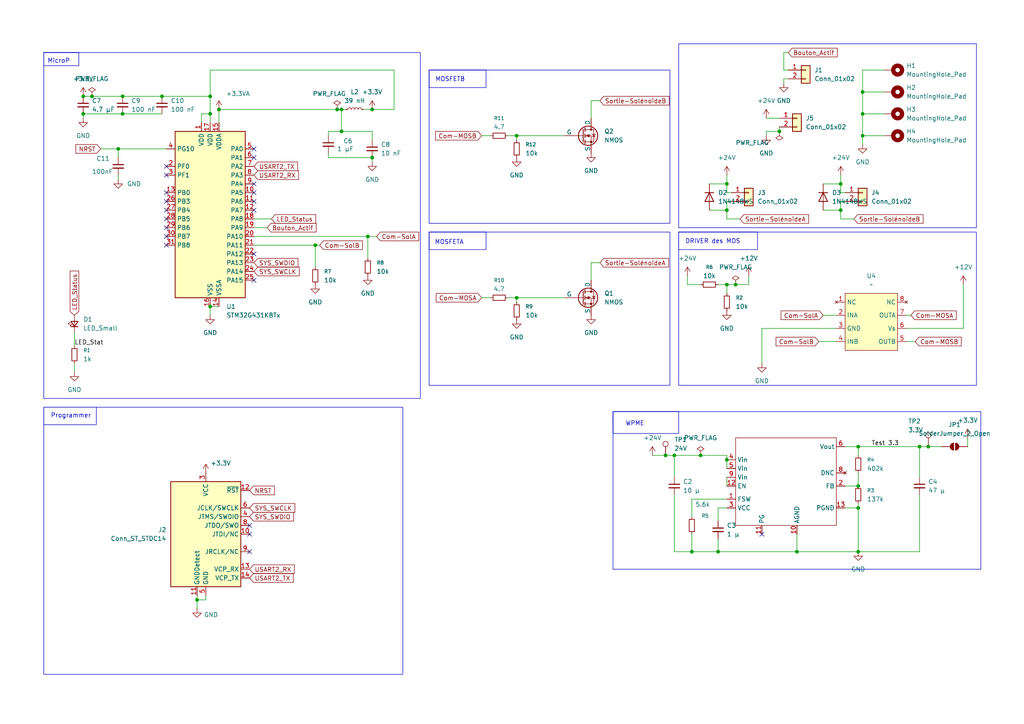
<source format=kicad_sch>
(kicad_sch (version 20250114) (generator "eeschema") (generator_version "9.0")
  (paper "A4")
  (title_block (title "PCB_Solénoide") (company "ENSEA") (comment 1 "Léonard Navizet") (comment 2 "Johan Mansard") (comment 3 "Julie Deissard-Decot") (comment 4 "Maxime Beltoise"))
  (lib_symbols
    (symbol "Connector:Conn_ST_STDC14"
      (property "Reference" "J" (at -8.89 16.51 0))
      (property "Value" "Conn_ST_STDC14" (at 17.78 16.51 0))
      (symbol "Conn_ST_STDC14_1_1"
        (pin no_connect line (at -10.16 5.08 0) (length 2.54) (hide yes) (name "NC") (number "1"))
        (pin no_connect line (at -10.16 2.54 0) (length 2.54) (hide yes) (name "NC") (number "2"))
        (pin passive line (at -2.54 -17.78 90) (length 2.54) (name "GNDDetect") (number "11"))
        (pin power_in line (at 0 17.78 270) (length 2.54) (name "VCC") (number "3"))
        (pin power_in line (at 0 -17.78 90) (length 2.54) (name "GND") (number "5"))
        (pin passive line (at 0 -17.78 90) (length 2.54) (hide yes) (name "GND") (number "7"))
        (pin open_collector line (at 12.7 12.7 180) (length 2.54) (name "~{RST}") (number "12"))
        (pin output line (at 12.7 7.62 180) (length 2.54) (name "JCLK/SWCLK") (number "6"))
        (pin bidirectional line (at 12.7 5.08 180) (length 2.54) (name "JTMS/SWDIO") (number "4"))
        (pin input line (at 12.7 2.54 180) (length 2.54) (name "JTDO/SWO") (number "8"))
        (pin output line (at 12.7 0 180) (length 2.54) (name "JTDI/NC") (number "10"))
        (pin input line (at 12.7 -5.08 180) (length 2.54) (name "JRCLK/NC") (number "9"))
        (pin output line (at 12.7 -10.16 180) (length 2.54) (name "VCP_RX") (number "13"))
        (pin input line (at 12.7 -12.7 180) (length 2.54) (name "VCP_TX") (number "14"))
      )
    )
    (symbol "Connector:TestPoint" (pin_numbers (hide yes)) (pin_names (offset 0.762) (hide yes))
      (property "Reference" "TP" (at 0 6.858 0))
      (property "Value" "TestPoint" (at 0 5.08 0))
      (symbol "TestPoint_1_1"
        (pin passive line (at 0 0 90) (length 2.54) (name "1") (number "1"))
      )
    )
    (symbol "Connector_Generic:Conn_01x02" (pin_names (offset 1.016) (hide yes))
      (property "Reference" "J" (at 0 2.54 0))
      (property "Value" "Conn_01x02" (at 0 -5.08 0))
      (symbol "Conn_01x02_1_1"
        (pin passive line (at -5.08 0 0) (length 3.81) (name "Pin_1") (number "1"))
        (pin passive line (at -5.08 -2.54 0) (length 3.81) (name "Pin_2") (number "2"))
      )
    )
    (symbol "Device:C_Small" (pin_numbers (hide yes)) (pin_names (offset 0.254) (hide yes))
      (property "Reference" "C" (at 0.254 1.778 0))
      (property "Value" "C_Small" (at 0.254 -2.032 0))
      (symbol "C_Small_1_1"
        (pin passive line (at 0 2.54 270) (length 2.032) (name "~") (number "1"))
        (pin passive line (at 0 -2.54 90) (length 2.032) (name "~") (number "2"))
      )
    )
    (symbol "Device:LED_Small" (pin_numbers (hide yes)) (pin_names (offset 0.254) (hide yes))
      (property "Reference" "D" (at -1.27 3.175 0))
      (property "Value" "LED_Small" (at -4.445 -2.54 0))
      (symbol "LED_Small_1_1"
        (pin passive line (at -2.54 0 0) (length 1.778) (name "K") (number "1"))
        (pin passive line (at 2.54 0 180) (length 1.778) (name "A") (number "2"))
      )
    )
    (symbol "Device:L_Small" (pin_numbers (hide yes)) (pin_names (offset 0.254) (hide yes))
      (property "Reference" "L" (at 0.762 1.016 0))
      (property "Value" "L_Small" (at 0.762 -1.016 0))
      (symbol "L_Small_1_1"
        (pin passive line (at 0 2.54 270) (length 0.508) (name "~") (number "1"))
        (pin passive line (at 0 -2.54 90) (length 0.508) (name "~") (number "2"))
      )
    )
    (symbol "Diode:1N4148WS" (pin_numbers (hide yes)) (pin_names (hide yes))
      (property "Reference" "D" (at 0 2.54 0))
      (property "Value" "1N4148WS" (at 0 -2.54 0))
      (symbol "1N4148WS_1_1"
        (pin passive line (at -3.81 0 0) (length 2.54) (name "K") (number "1"))
        (pin passive line (at 3.81 0 180) (length 2.54) (name "A") (number "2"))
      )
    )
    (symbol "Jumper:SolderJumper_2_Open" (pin_numbers (hide yes)) (pin_names (offset 0) (hide yes)) (in_bom no)
      (property "Reference" "JP" (at 0 2.032 0))
      (property "Value" "SolderJumper_2_Open" (at 0 -2.54 0))
      (symbol "SolderJumper_2_Open_1_1"
        (pin passive line (at -3.81 0 0) (length 2.54) (name "A") (number "1"))
        (pin passive line (at 3.81 0 180) (length 2.54) (name "B") (number "2"))
      )
    )
    (symbol "Lib:MCP1640x-xMC"
      (symbol "MCP1640x-xMC_1_1"
        (pin power_in line (at -20.32 101.6 0) (length 2.54) (name "Vin") (number "4"))
        (pin power_in line (at -20.32 99.06 0) (length 2.54) (name "Vin") (number "5"))
        (pin power_out line (at -20.32 96.52 0) (length 2.54) (name "Vin") (number "9"))
        (pin input line (at -20.32 93.98 0) (length 2.54) (name "EN") (number "12"))
        (pin input line (at -20.32 90.17 0) (length 2.54) (name "FSW") (number "1"))
        (pin power_out line (at -20.32 87.63 0) (length 2.54) (name "VCC") (number "3"))
        (pin output line (at -10.16 80.01 90) (length 2.54) (name "PG") (number "11"))
        (pin power_in line (at 0 80.01 90) (length 2.54) (name "AGND") (number "10"))
        (pin power_out line (at 13.97 105.41 180) (length 2.54) (name "Vout") (number "6"))
        (pin power_out line (at 13.97 105.41 180) (length 2.54) (hide yes) (name "Vout") (number "7"))
        (pin no_connect line (at 13.97 97.79 180) (length 2.54) (name "DNC") (number "8"))
        (pin input line (at 13.97 93.98 180) (length 2.54) (name "FB") (number "2"))
        (pin passive line (at 13.97 87.63 180) (length 2.54) (name "PGND") (number "13"))
      )
    )
    (symbol "Lib:MIC4426"
      (property "Reference" "U4" (at 0 12.7 0))
      (property "Value" "~" (at 0 10.16 0))
      (symbol "MIC4426_1_1"
        (pin no_connect line (at -10.16 5.08 0) (length 2.54) (name "NC") (number "1"))
        (pin input line (at -10.16 1.27 0) (length 2.54) (name "INA") (number "2"))
        (pin input line (at -10.16 -2.54 0) (length 2.54) (name "GND") (number "3"))
        (pin input line (at -10.16 -6.35 0) (length 2.54) (name "INB") (number "4"))
        (pin no_connect line (at 10.16 5.08 180) (length 2.54) (name "NC") (number "8"))
        (pin output line (at 10.16 1.27 180) (length 2.54) (name "OUTA") (number "7"))
        (pin input line (at 10.16 -2.54 180) (length 2.54) (name "Vs") (number "6"))
        (pin output line (at 10.16 -6.35 180) (length 2.54) (name "OUTB") (number "5"))
      )
    )
    (symbol "MCU_ST_STM32G4:STM32G431KBTx"
      (property "Reference" "U" (at -10.16 26.67 0))
      (property "Value" "STM32G431KBTx" (at 5.08 26.67 0))
      (symbol "STM32G431KBTx_1_1"
        (pin bidirectional line (at -12.7 20.32 0) (length 2.54) (name "PG10") (number "4"))
        (pin bidirectional line (at -12.7 15.24 0) (length 2.54) (name "PF0") (number "2"))
        (pin bidirectional line (at -12.7 12.7 0) (length 2.54) (name "PF1") (number "3"))
        (pin bidirectional line (at -12.7 7.62 0) (length 2.54) (name "PB0") (number "13"))
        (pin bidirectional line (at -12.7 5.08 0) (length 2.54) (name "PB3") (number "26"))
        (pin bidirectional line (at -12.7 2.54 0) (length 2.54) (name "PB4") (number "27"))
        (pin bidirectional line (at -12.7 0 0) (length 2.54) (name "PB5") (number "28"))
        (pin bidirectional line (at -12.7 -2.54 0) (length 2.54) (name "PB6") (number "29"))
        (pin bidirectional line (at -12.7 -5.08 0) (length 2.54) (name "PB7") (number "30"))
        (pin bidirectional line (at -12.7 -7.62 0) (length 2.54) (name "PB8") (number "31"))
        (pin power_in line (at -2.54 27.94 270) (length 2.54) (name "VDD") (number "1"))
        (pin power_in line (at 0 27.94 270) (length 2.54) (name "VDD") (number "17"))
        (pin power_in line (at 0 -25.4 90) (length 2.54) (name "VSS") (number "16"))
        (pin passive line (at 0 -25.4 90) (length 2.54) (hide yes) (name "VSS") (number "32"))
        (pin power_in line (at 2.54 27.94 270) (length 2.54) (name "VDDA") (number "15"))
        (pin power_in line (at 2.54 -25.4 90) (length 2.54) (name "VSSA") (number "14"))
        (pin bidirectional line (at 12.7 20.32 180) (length 2.54) (name "PA0") (number "5"))
        (pin bidirectional line (at 12.7 17.78 180) (length 2.54) (name "PA1") (number "6"))
        (pin bidirectional line (at 12.7 15.24 180) (length 2.54) (name "PA2") (number "7"))
        (pin bidirectional line (at 12.7 12.7 180) (length 2.54) (name "PA3") (number "8"))
        (pin bidirectional line (at 12.7 10.16 180) (length 2.54) (name "PA4") (number "9"))
        (pin bidirectional line (at 12.7 7.62 180) (length 2.54) (name "PA5") (number "10"))
        (pin bidirectional line (at 12.7 5.08 180) (length 2.54) (name "PA6") (number "11"))
        (pin bidirectional line (at 12.7 2.54 180) (length 2.54) (name "PA7") (number "12"))
        (pin bidirectional line (at 12.7 0 180) (length 2.54) (name "PA8") (number "18"))
        (pin bidirectional line (at 12.7 -2.54 180) (length 2.54) (name "PA9") (number "19"))
        (pin bidirectional line (at 12.7 -5.08 180) (length 2.54) (name "PA10") (number "20"))
        (pin bidirectional line (at 12.7 -7.62 180) (length 2.54) (name "PA11") (number "21"))
        (pin bidirectional line (at 12.7 -10.16 180) (length 2.54) (name "PA12") (number "22"))
        (pin bidirectional line (at 12.7 -12.7 180) (length 2.54) (name "PA13") (number "23"))
        (pin bidirectional line (at 12.7 -15.24 180) (length 2.54) (name "PA14") (number "24"))
        (pin bidirectional line (at 12.7 -17.78 180) (length 2.54) (name "PA15") (number "25"))
      )
    )
    (symbol "Mechanical:MountingHole_Pad" (pin_numbers (hide yes)) (pin_names (offset 1.016) (hide yes)) (exclude_from_sim yes) (in_bom no)
      (property "Reference" "H" (at 0 6.35 0))
      (property "Value" "MountingHole_Pad" (at 0 4.445 0))
      (symbol "MountingHole_Pad_1_1"
        (pin input line (at 0 -2.54 90) (length 2.54) (name "1") (number "1"))
      )
    )
    (symbol "R_Small_1" (pin_numbers (hide yes)) (pin_names (offset 0.254) (hide yes))
      (property "Reference" "R" (at 0 0 90))
      (property "Value" "R_Small" (at 1.778 0 90))
      (symbol "R_Small_1_1_1"
        (pin passive line (at 0 2.54 270) (length 0.762) (name "~") (number "1"))
        (pin passive line (at 0 -2.54 90) (length 0.762) (name "~") (number "2"))
      )
    )
    (symbol "R_Small_2" (pin_numbers (hide yes)) (pin_names (offset 0.254) (hide yes))
      (property "Reference" "R" (at 0 0 90))
      (property "Value" "R_Small" (at 1.778 0 90))
      (symbol "R_Small_2_1_1"
        (pin passive line (at 0 2.54 270) (length 0.762) (name "~") (number "1"))
        (pin passive line (at 0 -2.54 90) (length 0.762) (name "~") (number "2"))
      )
    )
    (symbol "Simulation_SPICE:NMOS" (pin_numbers (hide yes)) (pin_names (offset 0))
      (property "Reference" "Q" (at 5.08 1.27 0))
      (property "Value" "NMOS" (at 5.08 -1.27 0))
      (symbol "NMOS_1_1"
        (pin input line (at -5.08 0 0) (length 2.54) (name "G") (number "2"))
        (pin passive line (at 2.54 5.08 270) (length 2.54) (name "D") (number "1"))
        (pin passive line (at 2.54 -5.08 90) (length 2.54) (name "S") (number "3"))
      )
    )
    (symbol "power:+12V" (power) (pin_numbers (hide yes)) (pin_names (offset 0) (hide yes))
      (property "Value" "+12V" (at 0 3.556 0))
      (symbol "+12V_1_1"
        (pin power_in line (at 0 0 90) (length 0) (name "~") (number "1"))
      )
    )
    (symbol "power:+24V" (power) (pin_numbers (hide yes)) (pin_names (offset 0) (hide yes))
      (property "Value" "+24V" (at 0 3.556 0))
      (symbol "+24V_1_1"
        (pin power_in line (at 0 0 90) (length 0) (name "~") (number "1"))
      )
    )
    (symbol "power:+3.3V" (power) (pin_numbers (hide yes)) (pin_names (offset 0) (hide yes))
      (property "Value" "+3.3V" (at 0 3.556 0))
      (symbol "+3.3V_1_1"
        (pin power_in line (at 0 0 90) (length 0) (name "~") (number "1"))
      )
    )
    (symbol "power:+3.3VA" (power) (pin_numbers (hide yes)) (pin_names (offset 0) (hide yes))
      (property "Value" "+3.3VA" (at 0 3.556 0))
      (symbol "+3.3VA_1_1"
        (pin power_in line (at 0 0 90) (length 0) (name "~") (number "1"))
      )
    )
    (symbol "power:GND" (power) (pin_numbers (hide yes)) (pin_names (offset 0) (hide yes))
      (property "Value" "GND" (at 0 -3.81 0))
      (symbol "GND_1_1"
        (pin power_in line (at 0 0 270) (length 0) (name "~") (number "1"))
      )
    )
    (symbol "power:PWR_FLAG" (power) (pin_numbers (hide yes)) (pin_names (offset 0) (hide yes))
      (property "Value" "PWR_FLAG" (at 0 3.81 0))
      (symbol "PWR_FLAG_0_0"
        (pin power_out line (at 0 0 90) (length 0) (name "~") (number "1"))
      )
    )
  )
  (rectangle (start 124.46 67.31) (end 194.31 111.76))
  (rectangle (start 177.8 119.38) (end 196.85 125.73))
  (rectangle (start 124.46 20.32) (end 140.97 25.4))
  (rectangle (start 196.85 67.31) (end 219.71 72.39))
  (rectangle (start 12.7 118.11) (end 27.94 123.19))
  (rectangle (start 177.8 119.38) (end 284.48 165.1))
  (rectangle (start 124.46 67.31) (end 140.97 72.39))
  (rectangle (start 12.7 15.24) (end 22.86 19.05))
  (rectangle (start 196.85 12.7) (end 283.21 66.04))
  (rectangle (start 12.7 118.11) (end 116.84 195.58))
  (rectangle (start 12.7 15.24) (end 121.92 115.57))
  (rectangle (start 124.46 20.32) (end 194.31 64.77))
  (rectangle (start 196.85 67.31) (end 283.21 111.76))
  (text "MOSFETB\n\n" (at 130.556 24.13 0) (effects (font (size 1.27 1.27))))
  (text "WPME\n" (at 184.15 122.936 0) (effects (font (size 1.27 1.27))))
  (text "DRIVER des MOS\n\n" (at 206.756 71.12 0) (effects (font (size 1.27 1.27))))
  (text "MicroP\n" (at 17.018 17.78 0) (effects (font (size 1.27 1.27))))
  (text "MOSFETA\n" (at 130.302 70.358 0) (effects (font (size 1.27 1.27))))
  (text "Programmer\n" (at 20.574 120.65 0) (effects (font (size 1.27 1.27))))
  (junction (at 210.82 53.34))
  (junction (at 97.79 31.75))
  (junction (at 149.86 86.36))
  (junction (at 243.84 53.34))
  (junction (at 99.06 31.75))
  (junction (at 210.82 133.35))
  (junction (at 248.92 140.97))
  (junction (at 231.14 160.02))
  (junction (at 35.56 27.94))
  (junction (at 149.86 39.37))
  (junction (at 26.67 27.94))
  (junction (at 60.96 27.94))
  (junction (at 107.95 31.75))
  (junction (at 107.95 45.72))
  (junction (at 193.04 132.08))
  (junction (at 203.2 132.08))
  (junction (at 24.13 27.94))
  (junction (at 60.96 33.02))
  (junction (at 35.56 33.02))
  (junction (at 24.13 33.02))
  (junction (at 91.44 71.12))
  (junction (at 248.92 160.02))
  (junction (at 248.92 147.32))
  (junction (at 243.84 60.96))
  (junction (at 34.29 43.18))
  (junction (at 226.06 38.1))
  (junction (at 57.15 173.99))
  (junction (at 248.92 129.54))
  (junction (at 269.24 129.54))
  (junction (at 99.06 38.1))
  (junction (at 210.82 82.55))
  (junction (at 208.28 160.02))
  (junction (at 106.68 68.58))
  (junction (at 200.66 160.02))
  (junction (at 213.36 82.55))
  (junction (at 250.19 33.02))
  (junction (at 250.19 39.37))
  (junction (at 250.19 26.67))
  (junction (at 63.5 31.75))
  (junction (at 210.82 60.96))
  (junction (at 46.99 27.94))
  (junction (at 266.7 129.54))
  (junction (at 60.96 88.9))
  (junction (at 195.58 132.08))
  (no_connect (at 73.66 60.96))
  (no_connect (at 72.39 154.94))
  (no_connect (at 220.98 154.94))
  (no_connect (at 72.39 160.02))
  (no_connect (at 48.26 48.26))
  (no_connect (at 48.26 71.12))
  (no_connect (at 48.26 68.58))
  (no_connect (at 73.66 58.42))
  (no_connect (at 73.66 81.28))
  (no_connect (at 48.26 60.96))
  (no_connect (at 48.26 50.8))
  (no_connect (at 48.26 66.04))
  (no_connect (at 48.26 63.5))
  (no_connect (at 48.26 58.42))
  (no_connect (at 48.26 55.88))
  (no_connect (at 72.39 152.4))
  (no_connect (at 73.66 45.72))
  (no_connect (at 73.66 43.18))
  (no_connect (at 73.66 73.66))
  (no_connect (at 73.66 55.88))
  (no_connect (at 73.66 53.34))
  (wire (pts (xy 250.19 20.32) (xy 250.19 26.67)))
  (wire (pts (xy 199.39 82.55) (xy 203.2 82.55)))
  (wire (pts (xy 243.84 50.8) (xy 243.84 53.34)))
  (wire (pts (xy 29.21 43.18) (xy 34.29 43.18)))
  (wire (pts (xy 245.11 147.32) (xy 248.92 147.32)))
  (wire (pts (xy 226.06 38.1) (xy 222.25 38.1)))
  (wire (pts (xy 139.7 86.36) (xy 142.24 86.36)))
  (wire (pts (xy 266.7 129.54) (xy 266.7 138.43)))
  (wire (pts (xy 149.86 39.37) (xy 163.83 39.37)))
  (wire (pts (xy 195.58 132.08) (xy 195.58 138.43)))
  (wire (pts (xy 149.86 86.36) (xy 147.32 86.36)))
  (wire (pts (xy 139.7 39.37) (xy 142.24 39.37)))
  (wire (pts (xy 59.69 172.72) (xy 59.69 173.99)))
  (wire (pts (xy 217.17 82.55) (xy 213.36 82.55)))
  (wire (pts (xy 34.29 43.18) (xy 48.26 43.18)))
  (wire (pts (xy 149.86 39.37) (xy 149.86 40.64)))
  (wire (pts (xy 256.54 26.67) (xy 250.19 26.67)))
  (wire (pts (xy 199.39 80.01) (xy 199.39 82.55)))
  (wire (pts (xy 266.7 129.54) (xy 269.24 129.54)))
  (wire (pts (xy 269.24 129.54) (xy 273.05 129.54)))
  (wire (pts (xy 210.82 60.96) (xy 210.82 63.5)))
  (wire (pts (xy 213.36 82.55) (xy 210.82 82.55)))
  (wire (pts (xy 57.15 173.99) (xy 57.15 176.53)))
  (wire (pts (xy 107.95 31.75) (xy 114.3 31.75)))
  (wire (pts (xy 248.92 129.54) (xy 248.92 132.08)))
  (wire (pts (xy 24.13 33.02) (xy 35.56 33.02)))
  (wire (pts (xy 63.5 31.75) (xy 97.79 31.75)))
  (wire (pts (xy 245.11 140.97) (xy 248.92 140.97)))
  (wire (pts (xy 149.86 86.36) (xy 149.86 87.63)))
  (wire (pts (xy 238.76 53.34) (xy 243.84 53.34)))
  (wire (pts (xy 77.47 66.04) (xy 73.66 66.04)))
  (wire (pts (xy 264.16 91.44) (xy 262.89 91.44)))
  (wire (pts (xy 262.89 99.06) (xy 265.43 99.06)))
  (wire (pts (xy 59.69 173.99) (xy 57.15 173.99)))
  (wire (pts (xy 210.82 133.35) (xy 210.82 135.89)))
  (wire (pts (xy 99.06 31.75) (xy 99.06 38.1)))
  (wire (pts (xy 228.6 22.86) (xy 227.33 22.86)))
  (wire (pts (xy 256.54 20.32) (xy 250.19 20.32)))
  (wire (pts (xy 109.22 68.58) (xy 106.68 68.58)))
  (wire (pts (xy 212.09 58.42) (xy 210.82 58.42)))
  (wire (pts (xy 35.56 27.94) (xy 46.99 27.94)))
  (wire (pts (xy 58.42 33.02) (xy 58.42 35.56)))
  (wire (pts (xy 95.25 44.45) (xy 95.25 45.72)))
  (wire (pts (xy 210.82 132.08) (xy 210.82 133.35)))
  (wire (pts (xy 34.29 50.8) (xy 34.29 52.07)))
  (wire (pts (xy 222.25 34.29) (xy 226.06 34.29)))
  (wire (pts (xy 171.45 76.2) (xy 171.45 81.28)))
  (wire (pts (xy 21.59 96.52) (xy 21.59 100.33)))
  (wire (pts (xy 200.66 144.78) (xy 200.66 149.86)))
  (wire (pts (xy 266.7 160.02) (xy 248.92 160.02)))
  (wire (pts (xy 210.82 53.34) (xy 210.82 55.88)))
  (wire (pts (xy 200.66 154.94) (xy 200.66 160.02)))
  (wire (pts (xy 238.76 91.44) (xy 242.57 91.44)))
  (wire (pts (xy 227.33 20.32) (xy 228.6 20.32)))
  (wire (pts (xy 210.82 82.55) (xy 210.82 85.09)))
  (wire (pts (xy 195.58 160.02) (xy 195.58 143.51)))
  (wire (pts (xy 193.04 132.08) (xy 195.58 132.08)))
  (wire (pts (xy 256.54 33.02) (xy 250.19 33.02)))
  (wire (pts (xy 78.74 63.5) (xy 73.66 63.5)))
  (wire (pts (xy 243.84 60.96) (xy 243.84 63.5)))
  (wire (pts (xy 149.86 39.37) (xy 147.32 39.37)))
  (wire (pts (xy 60.96 88.9) (xy 60.96 91.44)))
  (wire (pts (xy 208.28 160.02) (xy 231.14 160.02)))
  (wire (pts (xy 57.15 172.72) (xy 57.15 173.99)))
  (wire (pts (xy 210.82 50.8) (xy 210.82 53.34)))
  (wire (pts (xy 245.11 58.42) (xy 243.84 58.42)))
  (wire (pts (xy 205.74 60.96) (xy 210.82 60.96)))
  (wire (pts (xy 250.19 39.37) (xy 256.54 39.37)))
  (wire (pts (xy 250.19 33.02) (xy 250.19 39.37)))
  (wire (pts (xy 208.28 147.32) (xy 208.28 151.13)))
  (wire (pts (xy 189.23 132.08) (xy 193.04 132.08)))
  (wire (pts (xy 279.4 95.25) (xy 262.89 95.25)))
  (wire (pts (xy 245.11 129.54) (xy 248.92 129.54)))
  (wire (pts (xy 243.84 58.42) (xy 243.84 60.96)))
  (wire (pts (xy 231.14 154.94) (xy 231.14 160.02)))
  (wire (pts (xy 34.29 43.18) (xy 34.29 45.72)))
  (wire (pts (xy 60.96 35.56) (xy 60.96 33.02)))
  (wire (pts (xy 220.98 105.41) (xy 220.98 95.25)))
  (wire (pts (xy 24.13 27.94) (xy 26.67 27.94)))
  (wire (pts (xy 73.66 71.12) (xy 91.44 71.12)))
  (wire (pts (xy 21.59 107.95) (xy 21.59 105.41)))
  (wire (pts (xy 280.67 127) (xy 280.67 129.54)))
  (wire (pts (xy 195.58 132.08) (xy 203.2 132.08)))
  (wire (pts (xy 228.6 15.24) (xy 227.33 15.24)))
  (wire (pts (xy 248.92 129.54) (xy 266.7 129.54)))
  (wire (pts (xy 26.67 27.94) (xy 35.56 27.94)))
  (wire (pts (xy 60.96 20.32) (xy 114.3 20.32)))
  (wire (pts (xy 227.33 15.24) (xy 227.33 20.32)))
  (wire (pts (xy 60.96 33.02) (xy 58.42 33.02)))
  (wire (pts (xy 107.95 40.64) (xy 107.95 38.1)))
  (wire (pts (xy 106.68 68.58) (xy 106.68 74.93)))
  (wire (pts (xy 24.13 33.02) (xy 24.13 34.29)))
  (wire (pts (xy 60.96 33.02) (xy 60.96 27.94)))
  (wire (pts (xy 97.79 31.75) (xy 99.06 31.75)))
  (wire (pts (xy 208.28 147.32) (xy 210.82 147.32)))
  (wire (pts (xy 114.3 20.32) (xy 114.3 31.75)))
  (wire (pts (xy 60.96 27.94) (xy 60.96 20.32)))
  (wire (pts (xy 173.99 76.2) (xy 171.45 76.2)))
  (wire (pts (xy 107.95 38.1) (xy 99.06 38.1)))
  (wire (pts (xy 222.25 38.1) (xy 222.25 39.37)))
  (wire (pts (xy 203.2 132.08) (xy 210.82 132.08)))
  (wire (pts (xy 63.5 31.75) (xy 63.5 35.56)))
  (wire (pts (xy 171.45 29.21) (xy 171.45 34.29)))
  (wire (pts (xy 91.44 71.12) (xy 92.71 71.12)))
  (wire (pts (xy 107.95 45.72) (xy 107.95 46.99)))
  (wire (pts (xy 227.33 22.86) (xy 227.33 24.13)))
  (wire (pts (xy 205.74 53.34) (xy 210.82 53.34)))
  (wire (pts (xy 266.7 143.51) (xy 266.7 160.02)))
  (wire (pts (xy 237.49 99.06) (xy 242.57 99.06)))
  (wire (pts (xy 248.92 146.05) (xy 248.92 147.32)))
  (wire (pts (xy 250.19 39.37) (xy 250.19 41.91)))
  (wire (pts (xy 95.25 45.72) (xy 107.95 45.72)))
  (wire (pts (xy 208.28 82.55) (xy 210.82 82.55)))
  (wire (pts (xy 248.92 147.32) (xy 248.92 160.02)))
  (wire (pts (xy 208.28 156.21) (xy 208.28 160.02)))
  (wire (pts (xy 173.99 29.21) (xy 171.45 29.21)))
  (wire (pts (xy 106.68 68.58) (xy 73.66 68.58)))
  (wire (pts (xy 248.92 137.16) (xy 248.92 140.97)))
  (wire (pts (xy 226.06 38.1) (xy 226.06 36.83)))
  (wire (pts (xy 279.4 82.55) (xy 279.4 95.25)))
  (wire (pts (xy 247.65 63.5) (xy 243.84 63.5)))
  (wire (pts (xy 220.98 95.25) (xy 242.57 95.25)))
  (wire (pts (xy 200.66 160.02) (xy 208.28 160.02)))
  (wire (pts (xy 231.14 160.02) (xy 248.92 160.02)))
  (wire (pts (xy 99.06 38.1) (xy 95.25 38.1)))
  (wire (pts (xy 243.84 55.88) (xy 245.11 55.88)))
  (wire (pts (xy 210.82 55.88) (xy 212.09 55.88)))
  (wire (pts (xy 200.66 144.78) (xy 210.82 144.78)))
  (wire (pts (xy 214.63 63.5) (xy 210.82 63.5)))
  (wire (pts (xy 99.06 31.75) (xy 100.33 31.75)))
  (wire (pts (xy 60.96 88.9) (xy 63.5 88.9)))
  (wire (pts (xy 217.17 80.01) (xy 217.17 82.55)))
  (wire (pts (xy 105.41 31.75) (xy 107.95 31.75)))
  (wire (pts (xy 95.25 38.1) (xy 95.25 39.37)))
  (wire (pts (xy 149.86 86.36) (xy 163.83 86.36)))
  (wire (pts (xy 35.56 33.02) (xy 46.99 33.02)))
  (wire (pts (xy 243.84 53.34) (xy 243.84 55.88)))
  (wire (pts (xy 210.82 138.43) (xy 210.82 140.97)))
  (wire (pts (xy 195.58 160.02) (xy 200.66 160.02)))
  (wire (pts (xy 250.19 26.67) (xy 250.19 33.02)))
  (wire (pts (xy 210.82 58.42) (xy 210.82 60.96)))
  (wire (pts (xy 46.99 27.94) (xy 60.96 27.94)))
  (wire (pts (xy 91.44 71.12) (xy 91.44 77.47)))
  (wire (pts (xy 238.76 60.96) (xy 243.84 60.96)))
  (label "Test 3.3" (at 252.73 129.54 0))
  (label "LED_Stat" (at 21.59 100.33 0))
  (global_label "Com-SolB" (shape input) (at 92.71 71.12 0) (property "Intersheetrefs" "${INTERSHEET_REFS}" (effects (hide yes))))
  (global_label "NRST" (shape input) (at 29.21 43.18 180) (property "Intersheetrefs" "${INTERSHEET_REFS}" (effects (hide yes))))
  (global_label "USART2_RX" (shape input) (at 72.39 165.1 0) (property "Intersheetrefs" "${INTERSHEET_REFS}" (effects (hide yes))))
  (global_label "USART2_RX" (shape input) (at 73.66 50.8 0) (property "Intersheetrefs" "${INTERSHEET_REFS}" (effects (hide yes))))
  (global_label "LED_Status" (shape input) (at 21.59 91.44 90) (property "Intersheetrefs" "${INTERSHEET_REFS}" (effects (hide yes))))
  (global_label "Sortie-SolénoideB" (shape input) (at 247.65 63.5 0) (property "Intersheetrefs" "${INTERSHEET_REFS}" (effects (hide yes))))
  (global_label "Com-MOSA" (shape input) (at 139.7 86.36 180) (property "Intersheetrefs" "${INTERSHEET_REFS}" (effects (hide yes))))
  (global_label "SYS_SWDIO" (shape input) (at 73.66 76.2 0) (property "Intersheetrefs" "${INTERSHEET_REFS}" (effects (hide yes))))
  (global_label "Com-SolA" (shape input) (at 238.76 91.44 180) (property "Intersheetrefs" "${INTERSHEET_REFS}" (effects (hide yes))))
  (global_label "Sortie-SolénoideA" (shape input) (at 214.63 63.5 0) (property "Intersheetrefs" "${INTERSHEET_REFS}" (effects (hide yes))))
  (global_label "Sortie-SolénoideB" (shape input) (at 173.99 29.21 0) (property "Intersheetrefs" "${INTERSHEET_REFS}" (effects (hide yes))))
  (global_label "Com-MOSB" (shape input) (at 139.7 39.37 180) (property "Intersheetrefs" "${INTERSHEET_REFS}" (effects (hide yes))))
  (global_label "Sortie-SolénoideA" (shape input) (at 173.99 76.2 0) (property "Intersheetrefs" "${INTERSHEET_REFS}" (effects (hide yes))))
  (global_label "SYS_SWDIO" (shape input) (at 72.39 149.86 0) (property "Intersheetrefs" "${INTERSHEET_REFS}" (effects (hide yes))))
  (global_label "Com-MOSB" (shape input) (at 265.43 99.06 0) (property "Intersheetrefs" "${INTERSHEET_REFS}" (effects (hide yes))))
  (global_label "USART2_TX" (shape input) (at 72.39 167.64 0) (property "Intersheetrefs" "${INTERSHEET_REFS}" (effects (hide yes))))
  (global_label "NRST" (shape input) (at 72.39 142.24 0) (property "Intersheetrefs" "${INTERSHEET_REFS}" (effects (hide yes))))
  (global_label "Com-SolA" (shape input) (at 109.22 68.58 0) (property "Intersheetrefs" "${INTERSHEET_REFS}" (effects (hide yes))))
  (global_label "Bouton_Actif" (shape input) (at 228.6 15.24 0) (property "Intersheetrefs" "${INTERSHEET_REFS}" (effects (hide yes))))
  (global_label "SYS_SWCLK" (shape input) (at 73.66 78.74 0) (property "Intersheetrefs" "${INTERSHEET_REFS}" (effects (hide yes))))
  (global_label "Com-MOSA" (shape input) (at 264.16 91.44 0) (property "Intersheetrefs" "${INTERSHEET_REFS}" (effects (hide yes))))
  (global_label "USART2_TX" (shape input) (at 73.66 48.26 0) (property "Intersheetrefs" "${INTERSHEET_REFS}" (effects (hide yes))))
  (global_label "Bouton_Actif" (shape input) (at 77.47 66.04 0) (property "Intersheetrefs" "${INTERSHEET_REFS}" (effects (hide yes))))
  (global_label "Com-SolB" (shape input) (at 237.49 99.06 180) (property "Intersheetrefs" "${INTERSHEET_REFS}" (effects (hide yes))))
  (global_label "LED_Status" (shape input) (at 78.74 63.5 0) (property "Intersheetrefs" "${INTERSHEET_REFS}" (effects (hide yes))))
  (global_label "SYS_SWCLK" (shape input) (at 72.39 147.32 0) (property "Intersheetrefs" "${INTERSHEET_REFS}" (effects (hide yes))))
  (symbol (lib_id "Connector_Generic:Conn_01x02") (at 233.68 20.32 0) (unit 1)
    (property "Reference" "J1" (at 236.22 20.3199 0) (effects (justify left)))
    (property "Value" "Conn_01x02" (at 236.22 22.8599 0) (effects (justify left)))
    (property "Footprint" "Connector_JST:JST_XH_B2B-XH-A_1x02_P2.50mm_Vertical" (effects (hide yes)))
    (property "Description" "Generic connector, single row, 01x02, script generated (kicad-library-utils/schlib/autogen/connector/)" (effects (hide yes)))
  )
  (symbol (lib_id "power:GND") (at 91.44 82.55 0) (unit 1)
    (property "Reference" "#PWR025" (effects (hide yes)))
    (property "Value" "GND" (at 91.44 87.63 0))
    (property "Description" "Power symbol creates a global label with name \"GND\" , ground" (effects (hide yes)))
  )
  (symbol (lib_id "power:GND") (at 171.45 91.44 0) (unit 1)
    (property "Reference" "#PWR04" (effects (hide yes)))
    (property "Value" "GND" (at 171.45 96.52 0))
    (property "Description" "Power symbol creates a global label with name \"GND\" , ground" (effects (hide yes)))
  )
  (symbol (lib_id "Device:C_Small") (at 34.29 48.26 0) (unit 1)
    (property "Reference" "C11" (at 27.94 45.974 0) (effects (justify left)))
    (property "Value" "100nF" (at 26.67 49.784 0) (effects (justify left)))
    (property "Footprint" "Capacitor_SMD:C_0603_1608Metric" (effects (hide yes)))
    (property "Description" "Unpolarized capacitor, small symbol" (effects (hide yes)))
  )
  (symbol (lib_id "Device:C_Small") (at 195.58 140.97 0) (unit 1)
    (property "Reference" "C2" (at 198.12 139.7062 0) (effects (justify left)))
    (property "Value" "10 µ" (at 198.12 142.2462 0) (effects (justify left)))
    (property "Footprint" "Capacitor_SMD:C_0603_1608Metric" (effects (hide yes)))
    (property "Description" "Unpolarized capacitor, small symbol" (effects (hide yes)))
  )
  (symbol (lib_id "power:GND") (at 227.33 24.13 0) (unit 1)
    (property "Reference" "#PWR01" (effects (hide yes)))
    (property "Value" "GND" (at 227.33 29.21 0))
    (property "Description" "Power symbol creates a global label with name \"GND\" , ground" (effects (hide yes)))
  )
  (symbol (lib_id "Device:C_Small") (at 107.95 43.18 0) (unit 1)
    (property "Reference" "C8" (at 110.49 41.9162 0) (effects (justify left)))
    (property "Value" "10 nF" (at 110.49 44.4562 0) (effects (justify left)))
    (property "Footprint" "Capacitor_SMD:C_0402_1005Metric" (effects (hide yes)))
    (property "Description" "Unpolarized capacitor, small symbol" (effects (hide yes)))
  )
  (symbol (lib_id "Device:C_Small") (at 208.28 153.67 0) (unit 1)
    (property "Reference" "C3" (at 210.82 152.4062 0) (effects (justify left)))
    (property "Value" "1 µ" (at 210.82 154.9462 0) (effects (justify left)))
    (property "Footprint" "Capacitor_SMD:C_0603_1608Metric" (effects (hide yes)))
    (property "Description" "Unpolarized capacitor, small symbol" (effects (hide yes)))
  )
  (symbol (lib_id "Lib:MIC4426") (at 252.73 92.71 0) (unit 1)
    (property "Reference" "U4" (at 252.73 80.01 0))
    (property "Value" "~" (at 252.73 82.55 0))
    (property "Footprint" "Perso:MIC4426" (effects (hide yes)))
  )
  (symbol (lib_name "R_Small_1") (lib_id "Device:R_Small") (at 248.92 143.51 0) (unit 1)
    (property "Reference" "R3" (at 251.46 142.2399 0) (effects (font (size 1.016 1.016)) (justify left)))
    (property "Value" "137k" (at 251.46 144.7799 0) (effects (justify left)))
    (property "Footprint" "Resistor_SMD:R_0603_1608Metric" (effects (hide yes)))
    (property "Description" "Resistor, small symbol" (effects (hide yes)))
  )
  (symbol (lib_id "power:GND") (at 250.19 41.91 0) (unit 1)
    (property "Reference" "#PWR031" (effects (hide yes)))
    (property "Value" "GND" (at 250.19 46.99 0))
    (property "Description" "Power symbol creates a global label with name \"GND\" , ground" (effects (hide yes)))
  )
  (symbol (lib_id "power:GND") (at 24.13 34.29 0) (unit 1)
    (property "Reference" "#PWR07" (effects (hide yes)))
    (property "Value" "GND" (at 24.13 39.37 0))
    (property "Description" "Power symbol creates a global label with name \"GND\" , ground" (effects (hide yes)))
  )
  (symbol (lib_id "Lib:MCP1640x-xMC") (at 231.14 234.95 0) (unit 1)
    (property "Reference" "U3" (effects (hide yes)))
    (property "Value" "MCP1640x-xMC" (effects (hide yes)))
    (property "Footprint" "Perso:WPME_Magic" (effects (hide yes)))
    (property "Datasheet" "http://ww1.microchip.com/downloads/en/DeviceDoc/20002234D.pdf" (effects (hide yes)))
    (property "Description" "Synchronous Boost Regulator, Adjustable Output 2.0V-5.5V, PWM/PFM True Disconnect, DFN-8" (effects (hide yes)))
  )
  (symbol (lib_id "power:+3.3V") (at 59.69 137.16 0) (unit 1)
    (property "Reference" "#PWR013" (effects (hide yes)))
    (property "Value" "+3.3V" (at 64.008 134.366 0))
    (property "Description" "Power symbol creates a global label with name \"+3.3V\"" (effects (hide yes)))
  )
  (symbol (lib_id "Simulation_SPICE:NMOS") (at 168.91 86.36 0) (unit 1)
    (property "Reference" "Q1" (at 175.26 85.0899 0) (effects (justify left)))
    (property "Value" "NMOS" (at 175.26 87.6299 0) (effects (justify left)))
    (property "Footprint" "Package_TO_SOT_SMD:TO-263-3_TabPin4" (effects (hide yes)))
    (property "Datasheet" "https://ngspice.sourceforge.io/docs/ngspice-html-manual/manual.xhtml#cha_MOSFETs" (effects (hide yes)))
    (property "Description" "N-MOSFET transistor, drain/source/gate" (effects (hide yes)))
    (property "Sim.Device" "NMOS" (effects (hide yes)))
    (property "Sim.Type" "VDMOS" (effects (hide yes)))
    (property "Sim.Pins" "1=D 2=G 3=S" (effects (hide yes)))
  )
  (symbol (lib_id "power:GND") (at 248.92 160.02 0) (unit 1)
    (property "Reference" "#PWR016" (effects (hide yes)))
    (property "Value" "GND" (at 248.92 165.1 0))
    (property "Description" "Power symbol creates a global label with name \"GND\" , ground" (effects (hide yes)))
  )
  (symbol (lib_id "Device:LED_Small") (at 21.59 93.98 90) (unit 1)
    (property "Reference" "D1" (at 24.13 92.6464 90) (effects (justify right)))
    (property "Value" "LED_Small" (at 24.13 95.1864 90) (effects (justify right)))
    (property "Footprint" "LED_SMD:LED_0603_1608Metric" (effects (hide yes)))
    (property "Description" "Light emitting diode, small symbol" (effects (hide yes)))
    (property "Sim.Pin" "1=K 2=A" (effects (hide yes)))
  )
  (symbol (lib_id "power:GND") (at 57.15 176.53 0) (unit 1)
    (property "Reference" "#PWR012" (effects (hide yes)))
    (property "Value" "GND" (at 61.214 178.308 0))
    (property "Description" "Power symbol creates a global label with name \"GND\" , ground" (effects (hide yes)))
  )
  (symbol (lib_id "power:GND") (at 34.29 52.07 0) (unit 1)
    (property "Reference" "#PWR019" (effects (hide yes)))
    (property "Value" "GND" (at 36.83 53.3399 0) (effects (justify left)))
    (property "Description" "Power symbol creates a global label with name \"GND\" , ground" (effects (hide yes)))
  )
  (symbol (lib_id "Mechanical:MountingHole_Pad") (at 259.08 39.37 270) (unit 1) (exclude_from_sim yes) (in_bom no)
    (property "Reference" "H4" (at 262.89 38.0999 90) (effects (justify left)))
    (property "Value" "MountingHole_Pad" (at 262.89 40.6399 90) (effects (justify left)))
    (property "Footprint" "MountingHole:MountingHole_3.2mm_M3_Pad_Via" (effects (hide yes)))
    (property "Description" "Mounting Hole with connection" (effects (hide yes)))
  )
  (symbol (lib_id "power:+3.3VA") (at 63.5 31.75 0) (unit 1)
    (property "Reference" "#PWR08" (effects (hide yes)))
    (property "Value" "+3.3VA" (at 65.532 27.178 0) (effects (justify left)))
    (property "Description" "Power symbol creates a global label with name \"+3.3VA\"" (effects (hide yes)))
  )
  (symbol (lib_id "Device:C_Small") (at 95.25 41.91 0) (unit 1)
    (property "Reference" "C6" (at 99.568 40.894 0) (effects (justify left)))
    (property "Value" "1 µF" (at 97.79 43.1862 0) (effects (justify left)))
    (property "Footprint" "Capacitor_SMD:C_0603_1608Metric" (effects (hide yes)))
    (property "Description" "Unpolarized capacitor, small symbol" (effects (hide yes)))
  )
  (symbol (lib_name "R_Small_2") (lib_id "Device:R_Small") (at 91.44 80.01 0) (unit 1)
    (property "Reference" "R7" (at 93.98 78.7399 0) (effects (font (size 1.016 1.016)) (justify left)))
    (property "Value" "10k" (at 93.98 81.2799 0) (effects (justify left)))
    (property "Footprint" "Resistor_SMD:R_0603_1608Metric" (effects (hide yes)))
    (property "Description" "Resistor, small symbol" (effects (hide yes)))
  )
  (symbol (lib_id "power:GND") (at 210.82 90.17 0) (unit 1)
    (property "Reference" "#PWR021" (effects (hide yes)))
    (property "Value" "GND" (at 210.82 95.25 0))
    (property "Description" "Power symbol creates a global label with name \"GND\" , ground" (effects (hide yes)))
  )
  (symbol (lib_id "power:+24V") (at 199.39 80.01 0) (unit 1)
    (property "Reference" "#PWR020" (effects (hide yes)))
    (property "Value" "+24V" (at 199.39 74.93 0))
    (property "Description" "Power symbol creates a global label with name \"+24V\"" (effects (hide yes)))
  )
  (symbol (lib_id "power:PWR_FLAG") (at 213.36 82.55 0) (unit 1)
    (property "Reference" "#FLG01" (effects (hide yes)))
    (property "Value" "PWR_FLAG" (at 213.36 77.47 0))
    (property "Description" "Special symbol for telling ERC where power comes from" (effects (hide yes)))
  )
  (symbol (lib_id "power:+24V") (at 243.84 50.8 0) (mirror y) (unit 1)
    (property "Reference" "#PWR018" (effects (hide yes)))
    (property "Value" "+24V" (at 243.84 45.72 0))
    (property "Description" "Power symbol creates a global label with name \"+24V\"" (effects (hide yes)))
  )
  (symbol (lib_id "Diode:1N4148WS") (at 238.76 57.15 270) (unit 1)
    (property "Reference" "D3" (at 241.3 55.8799 90) (effects (justify left)))
    (property "Value" "1N4148WS" (at 241.3 58.4199 90) (effects (justify left)))
    (property "Footprint" "Diode_SMD:D_SOD-323" (effects (hide yes)))
    (property "Datasheet" "https://www.vishay.com/docs/85751/1n4148ws.pdf" (effects (hide yes)))
    (property "Description" "75V 0.15A Fast switching Diode, SOD-323" (effects (hide yes)))
    (property "Sim.Device" "D" (effects (hide yes)))
    (property "Sim.Pins" "1=K 2=A" (effects (hide yes)))
  )
  (symbol (lib_id "power:GND") (at 107.95 46.99 0) (unit 1)
    (property "Reference" "#PWR09" (effects (hide yes)))
    (property "Value" "GND" (at 107.95 52.07 0))
    (property "Description" "Power symbol creates a global label with name \"GND\" , ground" (effects (hide yes)))
  )
  (symbol (lib_name "R_Small_2") (lib_id "Device:R_Small") (at 106.68 77.47 0) (unit 1)
    (property "Reference" "R8" (at 109.22 76.1999 0) (effects (font (size 1.016 1.016)) (justify left)))
    (property "Value" "10k" (at 109.22 78.7399 0) (effects (justify left)))
    (property "Footprint" "Resistor_SMD:R_0603_1608Metric" (effects (hide yes)))
    (property "Description" "Resistor, small symbol" (effects (hide yes)))
  )
  (symbol (lib_id "MCU_ST_STM32G4:STM32G431KBTx") (at 60.96 63.5 0) (unit 1)
    (property "Reference" "U1" (at 65.6433 88.9 0) (effects (justify left)))
    (property "Value" "STM32G431KBTx" (at 65.6433 91.44 0) (effects (justify left)))
    (property "Footprint" "Package_QFP:LQFP-32_7x7mm_P0.8mm" (effects (hide yes)))
    (property "Datasheet" "https://www.st.com/resource/en/datasheet/stm32g431kb.pdf" (effects (hide yes)))
    (property "Description" "STMicroelectronics Arm Cortex-M4 MCU, 128KB flash, 32KB RAM, 170 MHz, 1.71-3.6V, 26 GPIO, LQFP32" (effects (hide yes)))
  )
  (symbol (lib_id "power:GND") (at 149.86 45.72 0) (unit 1)
    (property "Reference" "#PWR028" (effects (hide yes)))
    (property "Value" "GND" (at 149.86 50.8 0))
    (property "Description" "Power symbol creates a global label with name \"GND\" , ground" (effects (hide yes)))
  )
  (symbol (lib_id "power:GND") (at 21.59 107.95 0) (unit 1)
    (property "Reference" "#PWR011" (effects (hide yes)))
    (property "Value" "GND" (at 21.59 113.03 0))
    (property "Description" "Power symbol creates a global label with name \"GND\" , ground" (effects (hide yes)))
  )
  (symbol (lib_id "power:+24V") (at 189.23 132.08 0) (unit 1)
    (property "Reference" "#PWR015" (effects (hide yes)))
    (property "Value" "+24V" (at 189.23 127 0))
    (property "Description" "Power symbol creates a global label with name \"+24V\"" (effects (hide yes)))
  )
  (symbol (lib_id "power:GND") (at 149.86 92.71 0) (unit 1)
    (property "Reference" "#PWR027" (effects (hide yes)))
    (property "Value" "GND" (at 149.86 97.79 0))
    (property "Description" "Power symbol creates a global label with name \"GND\" , ground" (effects (hide yes)))
  )
  (symbol (lib_id "Device:C_Small") (at 35.56 30.48 0) (unit 1)
    (property "Reference" "C9" (at 38.1 29.2162 0) (effects (justify left)))
    (property "Value" "100 nF" (at 38.1 31.7562 0) (effects (justify left)))
    (property "Footprint" "Capacitor_SMD:C_0402_1005Metric" (effects (hide yes)))
    (property "Description" "Unpolarized capacitor, small symbol" (effects (hide yes)))
  )
  (symbol (lib_id "power:PWR_FLAG") (at 26.67 27.94 0) (unit 1)
    (property "Reference" "#FLG05" (effects (hide yes)))
    (property "Value" "PWR_FLAG" (at 26.67 22.86 0))
    (property "Description" "Special symbol for telling ERC where power comes from" (effects (hide yes)))
  )
  (symbol (lib_name "R_Small_2") (lib_id "Device:R_Small") (at 205.74 82.55 90) (unit 1)
    (property "Reference" "R6" (at 205.74 77.47 90) (effects (font (size 1.016 1.016))))
    (property "Value" "10k" (at 205.74 80.01 90))
    (property "Footprint" "Resistor_SMD:R_0603_1608Metric" (effects (hide yes)))
    (property "Description" "Resistor, small symbol" (effects (hide yes)))
  )
  (symbol (lib_id "power:GND") (at 222.25 39.37 0) (unit 1)
    (property "Reference" "#PWR05" (effects (hide yes)))
    (property "Value" "GND" (at 222.25 44.45 0))
    (property "Description" "Power symbol creates a global label with name \"GND\" , ground" (effects (hide yes)))
  )
  (symbol (lib_id "power:+12V") (at 217.17 80.01 0) (mirror y) (unit 1)
    (property "Reference" "#PWR022" (effects (hide yes)))
    (property "Value" "+12V" (at 217.17 74.93 0))
    (property "Description" "Power symbol creates a global label with name \"+12V\"" (effects (hide yes)))
  )
  (symbol (lib_name "R_Small_1") (lib_id "Device:R_Small") (at 248.92 134.62 0) (unit 1)
    (property "Reference" "R4" (at 251.46 133.3499 0) (effects (font (size 1.016 1.016)) (justify left)))
    (property "Value" "402k" (at 251.46 135.8899 0) (effects (justify left)))
    (property "Footprint" "Resistor_SMD:R_0603_1608Metric" (effects (hide yes)))
    (property "Description" "Resistor, small symbol" (effects (hide yes)))
  )
  (symbol (lib_name "R_Small_2") (lib_id "Device:R_Small") (at 21.59 102.87 0) (unit 1)
    (property "Reference" "R1" (at 24.13 101.5999 0) (effects (font (size 1.016 1.016)) (justify left)))
    (property "Value" "1k" (at 24.13 104.1399 0) (effects (justify left)))
    (property "Footprint" "Resistor_SMD:R_0603_1608Metric" (effects (hide yes)))
    (property "Description" "Resistor, small symbol" (effects (hide yes)))
  )
  (symbol (lib_id "power:GND") (at 220.98 105.41 0) (unit 1)
    (property "Reference" "#PWR024" (effects (hide yes)))
    (property "Value" "GND" (at 220.98 110.49 0))
    (property "Description" "Power symbol creates a global label with name \"GND\" , ground" (effects (hide yes)))
  )
  (symbol (lib_id "power:GND") (at 171.45 44.45 0) (unit 1)
    (property "Reference" "#PWR029" (effects (hide yes)))
    (property "Value" "GND" (at 171.45 49.53 0))
    (property "Description" "Power symbol creates a global label with name \"GND\" , ground" (effects (hide yes)))
  )
  (symbol (lib_id "power:+24V") (at 210.82 50.8 0) (mirror y) (unit 1)
    (property "Reference" "#PWR03" (effects (hide yes)))
    (property "Value" "+24V" (at 210.82 45.72 0))
    (property "Description" "Power symbol creates a global label with name \"+24V\"" (effects (hide yes)))
  )
  (symbol (lib_id "Connector:TestPoint") (at 193.04 132.08 0) (unit 1)
    (property "Reference" "TP1" (at 195.58 127.5079 0) (effects (justify left)))
    (property "Value" "24V" (at 195.58 130.0479 0) (effects (justify left)))
    (property "Footprint" "TestPoint:TestPoint_Pad_D2.0mm" (effects (hide yes)))
    (property "Description" "test point" (effects (hide yes)))
  )
  (symbol (lib_id "Connector_Generic:Conn_01x02") (at 217.17 55.88 0) (unit 1)
    (property "Reference" "J3" (at 219.71 55.8799 0) (effects (justify left)))
    (property "Value" "Conn_01x02" (at 219.71 58.4199 0) (effects (justify left)))
    (property "Footprint" "Connector_JST:JST_XH_B2B-XH-A_1x02_P2.50mm_Vertical" (effects (hide yes)))
    (property "Description" "Generic connector, single row, 01x02, script generated (kicad-library-utils/schlib/autogen/connector/)" (effects (hide yes)))
  )
  (symbol (lib_id "Connector_Generic:Conn_01x02") (at 231.14 34.29 0) (unit 1)
    (property "Reference" "J5" (at 233.68 34.2899 0) (effects (justify left)))
    (property "Value" "Conn_01x02" (at 233.68 36.8299 0) (effects (justify left)))
    (property "Footprint" "Connector_JST:JST_XH_B2B-XH-A_1x02_P2.50mm_Vertical" (effects (hide yes)))
    (property "Description" "Generic connector, single row, 01x02, script generated (kicad-library-utils/schlib/autogen/connector/)" (effects (hide yes)))
  )
  (symbol (lib_id "Jumper:SolderJumper_2_Open") (at 276.86 129.54 0) (unit 1) (in_bom no)
    (property "Reference" "JP1" (at 276.86 123.19 0))
    (property "Value" "SolderJumper_2_Open" (at 276.86 125.73 0))
    (property "Footprint" "Jumper:SolderJumper-2_P1.3mm_Open_TrianglePad1.0x1.5mm" (effects (hide yes)))
    (property "Description" "Solder Jumper, 2-pole, open" (effects (hide yes)))
  )
  (symbol (lib_id "Mechanical:MountingHole_Pad") (at 259.08 20.32 270) (unit 1) (exclude_from_sim yes) (in_bom no)
    (property "Reference" "H1" (at 262.89 19.0499 90) (effects (justify left)))
    (property "Value" "MountingHole_Pad" (at 262.89 21.5899 90) (effects (justify left)))
    (property "Footprint" "MountingHole:MountingHole_3.2mm_M3_Pad_Via" (effects (hide yes)))
    (property "Description" "Mounting Hole with connection" (effects (hide yes)))
  )
  (symbol (lib_id "Diode:1N4148WS") (at 205.74 57.15 270) (unit 1)
    (property "Reference" "D2" (at 208.28 55.8799 90) (effects (justify left)))
    (property "Value" "1N4148WS" (at 208.28 58.4199 90) (effects (justify left)))
    (property "Footprint" "Diode_SMD:D_SOD-323" (effects (hide yes)))
    (property "Datasheet" "https://www.vishay.com/docs/85751/1n4148ws.pdf" (effects (hide yes)))
    (property "Description" "75V 0.15A Fast switching Diode, SOD-323" (effects (hide yes)))
    (property "Sim.Device" "D" (effects (hide yes)))
    (property "Sim.Pins" "1=K 2=A" (effects (hide yes)))
  )
  (symbol (lib_id "Mechanical:MountingHole_Pad") (at 259.08 26.67 270) (unit 1) (exclude_from_sim yes) (in_bom no)
    (property "Reference" "H2" (at 262.89 25.3999 90) (effects (justify left)))
    (property "Value" "MountingHole_Pad" (at 262.89 27.9399 90) (effects (justify left)))
    (property "Footprint" "MountingHole:MountingHole_3.2mm_M3_Pad_Via" (effects (hide yes)))
    (property "Description" "Mounting Hole with connection" (effects (hide yes)))
  )
  (symbol (lib_id "power:+3.3V") (at 107.95 31.75 0) (unit 1)
    (property "Reference" "#PWR010" (effects (hide yes)))
    (property "Value" "+3.3V" (at 107.95 26.67 0))
    (property "Description" "Power symbol creates a global label with name \"+3.3V\"" (effects (hide yes)))
  )
  (symbol (lib_id "power:PWR_FLAG") (at 97.79 31.75 0) (unit 1)
    (property "Reference" "#FLG03" (effects (hide yes)))
    (property "Value" "PWR_FLAG" (at 95.504 27.178 0))
    (property "Description" "Special symbol for telling ERC where power comes from" (effects (hide yes)))
  )
  (symbol (lib_id "power:+12V") (at 279.4 82.55 0) (mirror y) (unit 1)
    (property "Reference" "#PWR023" (effects (hide yes)))
    (property "Value" "+12V" (at 279.4 77.47 0))
    (property "Description" "Power symbol creates a global label with name \"+12V\"" (effects (hide yes)))
  )
  (symbol (lib_id "Device:C_Small") (at 266.7 140.97 0) (unit 1)
    (property "Reference" "C4" (at 269.24 139.7062 0) (effects (justify left)))
    (property "Value" "47 µ" (at 269.24 142.2462 0) (effects (justify left)))
    (property "Footprint" "Capacitor_SMD:C_0603_1608Metric" (effects (hide yes)))
    (property "Description" "Unpolarized capacitor, small symbol" (effects (hide yes)))
  )
  (symbol (lib_id "power:GND") (at 106.68 80.01 0) (unit 1)
    (property "Reference" "#PWR026" (effects (hide yes)))
    (property "Value" "GND" (at 106.68 85.09 0))
    (property "Description" "Power symbol creates a global label with name \"GND\" , ground" (effects (hide yes)))
  )
  (symbol (lib_id "Device:C_Small") (at 24.13 30.48 0) (unit 1)
    (property "Reference" "C7" (at 26.67 29.2162 0) (effects (justify left)))
    (property "Value" "4.7 µF" (at 26.67 31.7562 0) (effects (justify left)))
    (property "Footprint" "Capacitor_SMD:C_0603_1608Metric" (effects (hide yes)))
    (property "Description" "Unpolarized capacitor, small symbol" (effects (hide yes)))
  )
  (symbol (lib_name "R_Small_2") (lib_id "Device:R_Small") (at 144.78 86.36 270) (mirror x) (unit 1)
    (property "Reference" "R10" (at 144.78 81.28 90) (effects (font (size 1.016 1.016))))
    (property "Value" "4.7" (at 144.78 83.82 90))
    (property "Footprint" "Resistor_SMD:R_0603_1608Metric" (effects (hide yes)))
    (property "Description" "Resistor, small symbol" (effects (hide yes)))
  )
  (symbol (lib_id "Device:L_Small") (at 102.87 31.75 90) (unit 1)
    (property "Reference" "L2" (at 102.87 26.67 90))
    (property "Value" "39 nH" (at 102.87 29.21 90))
    (property "Footprint" "Inductor_SMD:L_0603_1608Metric" (effects (hide yes)))
    (property "Description" "Inductor, small symbol" (effects (hide yes)))
  )
  (symbol (lib_id "power:GND") (at 60.96 91.44 0) (unit 1)
    (property "Reference" "#PWR02" (effects (hide yes)))
    (property "Value" "GND" (at 60.96 96.52 0))
    (property "Description" "Power symbol creates a global label with name \"GND\" , ground" (effects (hide yes)))
  )
  (symbol (lib_id "power:+3.3V") (at 280.67 127 0) (unit 1)
    (property "Reference" "#PWR017" (effects (hide yes)))
    (property "Value" "+3.3V" (at 280.67 121.92 0))
    (property "Description" "Power symbol creates a global label with name \"+3.3V\"" (effects (hide yes)))
  )
  (symbol (lib_id "Connector:TestPoint") (at 269.24 129.54 0) (unit 1)
    (property "Reference" "TP2" (at 263.398 122.174 0) (effects (justify left)))
    (property "Value" "3.3V" (at 263.398 124.714 0) (effects (justify left)))
    (property "Footprint" "TestPoint:TestPoint_Pad_D2.0mm" (effects (hide yes)))
    (property "Description" "test point" (effects (hide yes)))
  )
  (symbol (lib_id "Mechanical:MountingHole_Pad") (at 259.08 33.02 270) (unit 1) (exclude_from_sim yes) (in_bom no)
    (property "Reference" "H3" (at 262.89 31.7499 90) (effects (justify left)))
    (property "Value" "MountingHole_Pad" (at 262.89 34.2899 90) (effects (justify left)))
    (property "Footprint" "MountingHole:MountingHole_3.2mm_M3_Pad_Via" (effects (hide yes)))
    (property "Description" "Mounting Hole with connection" (effects (hide yes)))
  )
  (symbol (lib_id "Connector:Conn_ST_STDC14") (at 59.69 154.94 0) (unit 1)
    (property "Reference" "J2" (at 48.26 153.6699 0) (effects (justify right)))
    (property "Value" "Conn_ST_STDC14" (at 48.26 156.2099 0) (effects (justify right)))
    (property "Footprint" "Connector_PinHeader_1.27mm:PinHeader_2x07_P1.27mm_Vertical_SMD" (effects (hide yes)))
    (property "Datasheet" "https://www.st.com/content/ccc/resource/technical/document/user_manual/group1/99/49/91/b6/b2/3a/46/e5/DM00526767/files/DM00526767.pdf/jcr:content/translations/en.DM00526767.pdf" (effects (hide yes)))
    (property "Description" "ST Debug Connector, standard ARM Cortex-M SWD and JTAG interface plus UART" (effects (hide yes)))
  )
  (symbol (lib_name "R_Small_2") (lib_id "Device:R_Small") (at 149.86 43.18 0) (unit 1)
    (property "Reference" "R12" (at 152.4 41.9099 0) (effects (font (size 1.016 1.016)) (justify left)))
    (property "Value" "10k" (at 152.4 44.4499 0) (effects (justify left)))
    (property "Footprint" "Resistor_SMD:R_0603_1608Metric" (effects (hide yes)))
    (property "Description" "Resistor, small symbol" (effects (hide yes)))
  )
  (symbol (lib_name "R_Small_2") (lib_id "Device:R_Small") (at 210.82 87.63 0) (unit 1)
    (property "Reference" "R2" (at 213.36 86.3599 0) (effects (font (size 1.016 1.016)) (justify left)))
    (property "Value" "10k" (at 213.36 88.8999 0) (effects (justify left)))
    (property "Footprint" "Resistor_SMD:R_0603_1608Metric" (effects (hide yes)))
    (property "Description" "Resistor, small symbol" (effects (hide yes)))
  )
  (symbol (lib_id "power:PWR_FLAG") (at 203.2 132.08 0) (unit 1)
    (property "Reference" "#FLG02" (effects (hide yes)))
    (property "Value" "PWR_FLAG" (at 203.2 127 0))
    (property "Description" "Special symbol for telling ERC where power comes from" (effects (hide yes)))
  )
  (symbol (lib_id "power:+24V") (at 222.25 34.29 0) (unit 1)
    (property "Reference" "#PWR014" (effects (hide yes)))
    (property "Value" "+24V" (at 222.25 29.21 0))
    (property "Description" "Power symbol creates a global label with name \"+24V\"" (effects (hide yes)))
  )
  (symbol (lib_name "R_Small_1") (lib_id "Device:R_Small") (at 200.66 152.4 0) (unit 1)
    (property "Reference" "R5" (at 203.454 149.606 0) (effects (font (size 1.016 1.016)) (justify left)))
    (property "Value" "5.6k" (at 201.676 146.304 0) (effects (justify left)))
    (property "Footprint" "Resistor_SMD:R_0603_1608Metric" (effects (hide yes)))
    (property "Description" "Resistor, small symbol" (effects (hide yes)))
  )
  (symbol (lib_id "Device:C_Small") (at 46.99 30.48 0) (unit 1)
    (property "Reference" "C10" (at 49.53 29.2162 0) (effects (justify left)))
    (property "Value" "100 nF" (at 49.53 31.7562 0) (effects (justify left)))
    (property "Footprint" "Capacitor_SMD:C_0402_1005Metric" (effects (hide yes)))
    (property "Description" "Unpolarized capacitor, small symbol" (effects (hide yes)))
  )
  (symbol (lib_name "R_Small_2") (lib_id "Device:R_Small") (at 144.78 39.37 270) (mirror x) (unit 1)
    (property "Reference" "R11" (at 144.78 34.29 90) (effects (font (size 1.016 1.016))))
    (property "Value" "4.7" (at 144.78 36.83 90))
    (property "Footprint" "Resistor_SMD:R_0603_1608Metric" (effects (hide yes)))
    (property "Description" "Resistor, small symbol" (effects (hide yes)))
  )
  (symbol (lib_id "Connector_Generic:Conn_01x02") (at 250.19 55.88 0) (unit 1)
    (property "Reference" "J4" (at 252.73 55.8799 0) (effects (justify left)))
    (property "Value" "Conn_01x02" (at 252.73 58.4199 0) (effects (justify left)))
    (property "Footprint" "Connector_JST:JST_XH_B2B-XH-A_1x02_P2.50mm_Vertical" (effects (hide yes)))
    (property "Description" "Generic connector, single row, 01x02, script generated (kicad-library-utils/schlib/autogen/connector/)" (effects (hide yes)))
  )
  (symbol (lib_id "power:+3.3V") (at 24.13 27.94 0) (unit 1)
    (property "Reference" "#PWR06" (effects (hide yes)))
    (property "Value" "+3.3V" (at 24.13 22.86 0))
    (property "Description" "Power symbol creates a global label with name \"+3.3V\"" (effects (hide yes)))
  )
  (symbol (lib_id "power:PWR_FLAG") (at 226.06 38.1 180) (unit 1)
    (property "Reference" "#FLG04" (effects (hide yes)))
    (property "Value" "PWR_FLAG" (at 218.186 41.402 0))
    (property "Description" "Special symbol for telling ERC where power comes from" (effects (hide yes)))
  )
  (symbol (lib_id "Simulation_SPICE:NMOS") (at 168.91 39.37 0) (unit 1)
    (property "Reference" "Q2" (at 175.26 38.0999 0) (effects (justify left)))
    (property "Value" "NMOS" (at 175.26 40.6399 0) (effects (justify left)))
    (property "Footprint" "Package_TO_SOT_SMD:TO-263-3_TabPin4" (effects (hide yes)))
    (property "Datasheet" "https://ngspice.sourceforge.io/docs/ngspice-html-manual/manual.xhtml#cha_MOSFETs" (effects (hide yes)))
    (property "Description" "N-MOSFET transistor, drain/source/gate" (effects (hide yes)))
    (property "Sim.Device" "NMOS" (effects (hide yes)))
    (property "Sim.Type" "VDMOS" (effects (hide yes)))
    (property "Sim.Pins" "1=D 2=G 3=S" (effects (hide yes)))
  )
  (symbol (lib_name "R_Small_2") (lib_id "Device:R_Small") (at 149.86 90.17 0) (unit 1)
    (property "Reference" "R9" (at 152.4 88.8999 0) (effects (font (size 1.016 1.016)) (justify left)))
    (property "Value" "10k" (at 152.4 91.4399 0) (effects (justify left)))
    (property "Footprint" "Resistor_SMD:R_0603_1608Metric" (effects (hide yes)))
    (property "Description" "Resistor, small symbol" (effects (hide yes)))
  )
)
</source>
